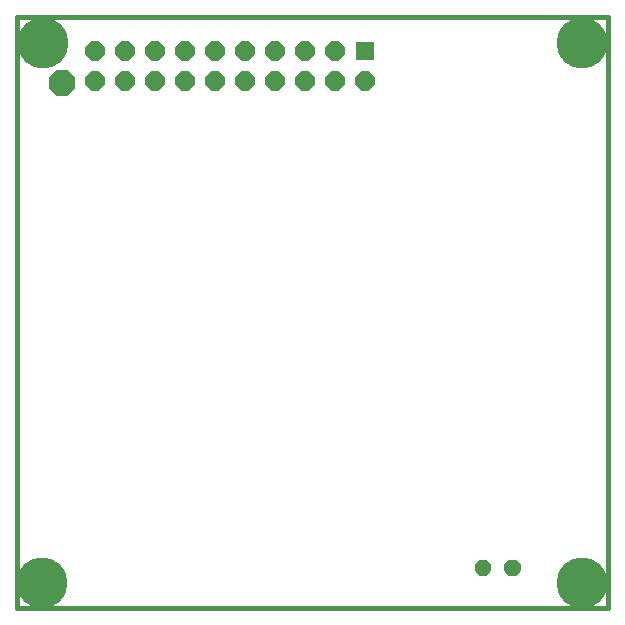
<source format=gbs>
G75*
%MOIN*%
%OFA0B0*%
%FSLAX25Y25*%
%IPPOS*%
%LPD*%
%AMOC8*
5,1,8,0,0,1.08239X$1,22.5*
%
%ADD10C,0.01600*%
%ADD11R,0.06400X0.06400*%
%ADD12OC8,0.06400*%
%ADD13C,0.01120*%
%ADD14OC8,0.08900*%
%ADD15C,0.16998*%
D10*
X0001800Y0005476D02*
X0198650Y0005476D01*
X0198650Y0202327D01*
X0001800Y0202327D01*
X0001800Y0005476D01*
D11*
X0117863Y0191205D03*
D12*
X0107863Y0191205D03*
X0097863Y0191205D03*
X0087863Y0191205D03*
X0077863Y0191205D03*
X0067863Y0191205D03*
X0057863Y0191205D03*
X0047863Y0191205D03*
X0037863Y0191205D03*
X0027863Y0191205D03*
X0027863Y0181205D03*
X0037863Y0181205D03*
X0047863Y0181205D03*
X0057863Y0181205D03*
X0067863Y0181205D03*
X0077863Y0181205D03*
X0087863Y0181205D03*
X0097863Y0181205D03*
X0107863Y0181205D03*
X0117863Y0181205D03*
D13*
X0156482Y0020640D02*
X0155922Y0021200D01*
X0157778Y0021200D01*
X0159089Y0019889D01*
X0159089Y0018033D01*
X0157778Y0016722D01*
X0155922Y0016722D01*
X0154611Y0018033D01*
X0154611Y0019889D01*
X0155922Y0021200D01*
X0156270Y0020360D01*
X0157430Y0020360D01*
X0158249Y0019541D01*
X0158249Y0018381D01*
X0157430Y0017562D01*
X0156270Y0017562D01*
X0155451Y0018381D01*
X0155451Y0019541D01*
X0156270Y0020360D01*
X0156618Y0019520D01*
X0157082Y0019520D01*
X0157409Y0019193D01*
X0157409Y0018729D01*
X0157082Y0018402D01*
X0156618Y0018402D01*
X0156291Y0018729D01*
X0156291Y0019193D01*
X0156618Y0019520D01*
X0166382Y0020640D02*
X0165822Y0021200D01*
X0167678Y0021200D01*
X0168989Y0019889D01*
X0168989Y0018033D01*
X0167678Y0016722D01*
X0165822Y0016722D01*
X0164511Y0018033D01*
X0164511Y0019889D01*
X0165822Y0021200D01*
X0166170Y0020360D01*
X0167330Y0020360D01*
X0168149Y0019541D01*
X0168149Y0018381D01*
X0167330Y0017562D01*
X0166170Y0017562D01*
X0165351Y0018381D01*
X0165351Y0019541D01*
X0166170Y0020360D01*
X0166518Y0019520D01*
X0166982Y0019520D01*
X0167309Y0019193D01*
X0167309Y0018729D01*
X0166982Y0018402D01*
X0166518Y0018402D01*
X0166191Y0018729D01*
X0166191Y0019193D01*
X0166518Y0019520D01*
D14*
X0016800Y0180476D03*
D15*
X0010308Y0193724D03*
X0010116Y0013742D03*
X0190116Y0013742D03*
X0190116Y0193742D03*
M02*

</source>
